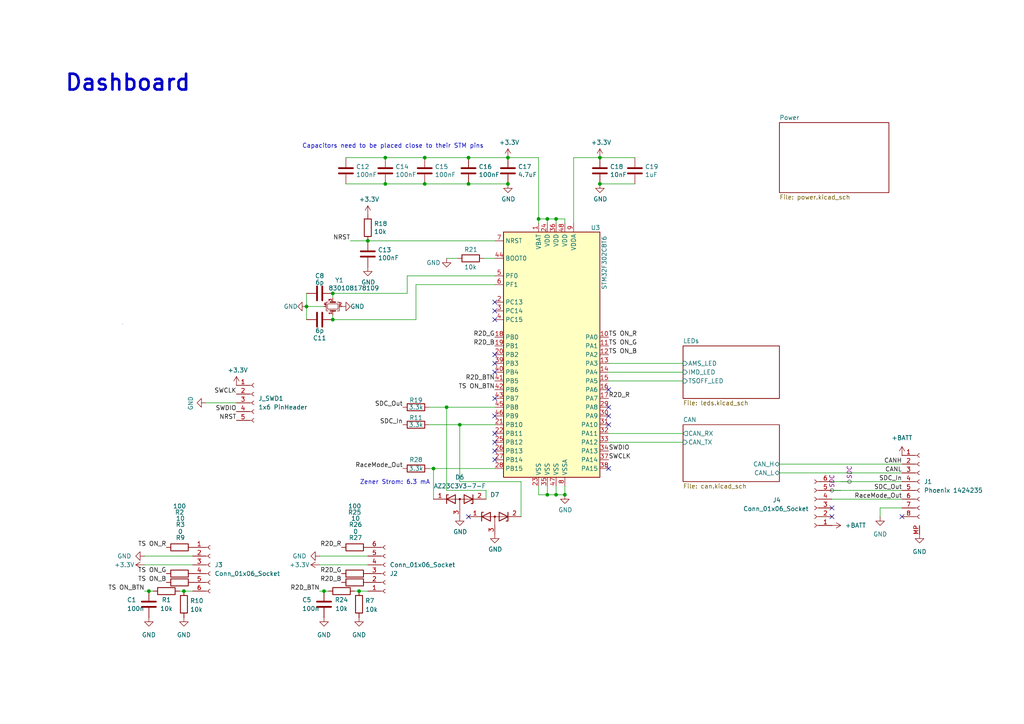
<source format=kicad_sch>
(kicad_sch (version 20231120) (generator "eeschema") (generator_version "8.0")
  (paper "A4")
  (lib_symbols
    (symbol "Connector:Conn_01x05_Socket" (pin_names (offset 1.016) hide)
      (property "Reference" "J" (at 0 7.62 0))
      (property "Value" "Conn_01x05_Socket" (at 0 -7.62 0))
      (symbol "Conn_01x05_Socket_1_1"
        (arc (start 0 -4.572) (mid -0.5058 -5.08) (end 0 -5.588) (stroke (width 0.1524)))
        (arc (start 0 -2.032) (mid -0.5058 -2.54) (end 0 -3.048) (stroke (width 0.1524)))
        (polyline (pts (xy -1.27 -5.08) (xy -0.508 -5.08)) (stroke (width 0.1524)))
        (polyline (pts (xy -1.27 -2.54) (xy -0.508 -2.54)) (stroke (width 0.1524)))
        (polyline (pts (xy -1.27 0) (xy -0.508 0)) (stroke (width 0.1524)))
        (polyline (pts (xy -1.27 2.54) (xy -0.508 2.54)) (stroke (width 0.1524)))
        (polyline (pts (xy -1.27 5.08) (xy -0.508 5.08)) (stroke (width 0.1524)))
        (arc (start 0 0.508) (mid -0.5058 0) (end 0 -0.508) (stroke (width 0.1524)))
        (arc (start 0 3.048) (mid -0.5058 2.54) (end 0 2.032) (stroke (width 0.1524)))
        (arc (start 0 5.588) (mid -0.5058 5.08) (end 0 4.572) (stroke (width 0.1524)))
        (pin passive line (at -5.08 5.08 0) (length 3.81) (name "Pin_1") (number "1"))
        (pin passive line (at -5.08 2.54 0) (length 3.81) (name "Pin_2") (number "2"))
        (pin passive line (at -5.08 0 0) (length 3.81) (name "Pin_3") (number "3"))
        (pin passive line (at -5.08 -2.54 0) (length 3.81) (name "Pin_4") (number "4"))
        (pin passive line (at -5.08 -5.08 0) (length 3.81) (name "Pin_5") (number "5"))
      )
    )
    (symbol "Connector:Conn_01x06_Socket" (pin_names (offset 1.016) hide)
      (property "Reference" "J" (at 0 7.62 0))
      (property "Value" "Conn_01x06_Socket" (at 0 -10.16 0))
      (symbol "Conn_01x06_Socket_1_1"
        (arc (start 0 -7.112) (mid -0.5058 -7.62) (end 0 -8.128) (stroke (width 0.1524)))
        (arc (start 0 -4.572) (mid -0.5058 -5.08) (end 0 -5.588) (stroke (width 0.1524)))
        (arc (start 0 -2.032) (mid -0.5058 -2.54) (end 0 -3.048) (stroke (width 0.1524)))
        (polyline (pts (xy -1.27 -7.62) (xy -0.508 -7.62)) (stroke (width 0.1524)))
        (polyline (pts (xy -1.27 -5.08) (xy -0.508 -5.08)) (stroke (width 0.1524)))
        (polyline (pts (xy -1.27 -2.54) (xy -0.508 -2.54)) (stroke (width 0.1524)))
        (polyline (pts (xy -1.27 0) (xy -0.508 0)) (stroke (width 0.1524)))
        (polyline (pts (xy -1.27 2.54) (xy -0.508 2.54)) (stroke (width 0.1524)))
        (polyline (pts (xy -1.27 5.08) (xy -0.508 5.08)) (stroke (width 0.1524)))
        (arc (start 0 0.508) (mid -0.5058 0) (end 0 -0.508) (stroke (width 0.1524)))
        (arc (start 0 3.048) (mid -0.5058 2.54) (end 0 2.032) (stroke (width 0.1524)))
        (arc (start 0 5.588) (mid -0.5058 5.08) (end 0 4.572) (stroke (width 0.1524)))
        (pin passive line (at -5.08 5.08 0) (length 3.81) (name "Pin_1") (number "1"))
        (pin passive line (at -5.08 2.54 0) (length 3.81) (name "Pin_2") (number "2"))
        (pin passive line (at -5.08 0 0) (length 3.81) (name "Pin_3") (number "3"))
        (pin passive line (at -5.08 -2.54 0) (length 3.81) (name "Pin_4") (number "4"))
        (pin passive line (at -5.08 -5.08 0) (length 3.81) (name "Pin_5") (number "5"))
        (pin passive line (at -5.08 -7.62 0) (length 3.81) (name "Pin_6") (number "6"))
      )
    )
    (symbol "Connector:Conn_01x08_Socket" (pin_names (offset 1.016) hide)
      (property "Reference" "J1" (at 1.27 0.0001 0))
      (property "Value" "Phoenix 1424235" (at 1.27 -2.5399 0))
      (symbol "Conn_01x08_Socket_1_1"
        (arc (start 0 -9.652) (mid -0.5058 -10.16) (end 0 -10.668) (stroke (width 0.1524)))
        (arc (start 0 -7.112) (mid -0.5058 -7.62) (end 0 -8.128) (stroke (width 0.1524)))
        (arc (start 0 -4.572) (mid -0.5058 -5.08) (end 0 -5.588) (stroke (width 0.1524)))
        (arc (start 0 -2.032) (mid -0.5058 -2.54) (end 0 -3.048) (stroke (width 0.1524)))
        (polyline (pts (xy -1.27 -10.16) (xy -0.508 -10.16)) (stroke (width 0.1524)))
        (polyline (pts (xy -1.27 -7.62) (xy -0.508 -7.62)) (stroke (width 0.1524)))
        (polyline (pts (xy -1.27 -5.08) (xy -0.508 -5.08)) (stroke (width 0.1524)))
        (polyline (pts (xy -1.27 -2.54) (xy -0.508 -2.54)) (stroke (width 0.1524)))
        (polyline (pts (xy -1.27 0) (xy -0.508 0)) (stroke (width 0.1524)))
        (polyline (pts (xy -1.27 2.54) (xy -0.508 2.54)) (stroke (width 0.1524)))
        (polyline (pts (xy -1.27 5.08) (xy -0.508 5.08)) (stroke (width 0.1524)))
        (polyline (pts (xy -1.27 7.62) (xy -0.508 7.62)) (stroke (width 0.1524)))
        (arc (start 0 0.508) (mid -0.5058 0) (end 0 -0.508) (stroke (width 0.1524)))
        (arc (start 0 3.048) (mid -0.5058 2.54) (end 0 2.032) (stroke (width 0.1524)))
        (arc (start 0 5.588) (mid -0.5058 5.08) (end 0 4.572) (stroke (width 0.1524)))
        (arc (start 0 8.128) (mid -0.5058 7.62) (end 0 7.112) (stroke (width 0.1524)))
        (pin passive line (at -5.08 7.62 0) (length 3.81) (name "Pin_1") (number "1"))
        (pin passive line (at -5.08 5.08 0) (length 3.81) (name "Pin_2") (number "2"))
        (pin passive line (at -5.08 2.54 0) (length 3.81) (name "Pin_3") (number "3"))
        (pin passive line (at -5.08 0 0) (length 3.81) (name "Pin_4") (number "4"))
        (pin passive line (at -5.08 -2.54 0) (length 3.81) (name "Pin_5") (number "5"))
        (pin passive line (at -5.08 -5.08 0) (length 3.81) (name "Pin_6") (number "6"))
        (pin passive line (at -5.08 -7.62 0) (length 3.81) (name "Pin_7") (number "7"))
        (pin passive line (at -5.08 -10.16 0) (length 3.81) (name "Pin_8") (number "8"))
        (pin passive line (at 0 -15.24 90) (length 2.54) (name "") (number "MP"))
      )
    )
    (symbol "Device:C" (pin_numbers hide) (pin_names (offset 0.254))
      (property "Reference" "C" (at 0.635 2.54 0))
      (property "Value" "C" (at 0.635 -2.54 0))
      (symbol "C_0_1"
        (polyline (pts (xy -2.032 -0.762) (xy 2.032 -0.762)) (stroke (width 0.508)))
        (polyline (pts (xy -2.032 0.762) (xy 2.032 0.762)) (stroke (width 0.508)))
      )
      (symbol "C_1_1"
        (pin passive line (at 0 3.81 270) (length 2.794) (name "~") (number "1"))
        (pin passive line (at 0 -3.81 90) (length 2.794) (name "~") (number "2"))
      )
    )
    (symbol "Device:Crystal_GND24_Small" (pin_names (offset 1.016) hide)
      (property "Reference" "Y" (at 1.27 4.445 0))
      (property "Value" "Crystal_GND24_Small" (at 1.27 2.54 0))
      (symbol "Crystal_GND24_Small_0_1"
        (rectangle (start -0.762 -1.524) (end 0.762 1.524))
        (polyline (pts (xy -1.27 -0.762) (xy -1.27 0.762)) (stroke (width 0.381)))
        (polyline (pts (xy 1.27 -0.762) (xy 1.27 0.762)) (stroke (width 0.381)))
        (polyline (pts (xy -1.27 -1.27) (xy -1.27 -1.905) (xy 1.27 -1.905) (xy 1.27 -1.27)))
        (polyline (pts (xy -1.27 1.27) (xy -1.27 1.905) (xy 1.27 1.905) (xy 1.27 1.27)))
      )
      (symbol "Crystal_GND24_Small_1_1"
        (pin passive line (at -2.54 0 0) (length 1.27) (name "1") (number "1"))
        (pin passive line (at 0 -2.54 90) (length 0.635) (name "2") (number "2"))
        (pin passive line (at 2.54 0 180) (length 1.27) (name "3") (number "3"))
        (pin passive line (at 0 2.54 270) (length 0.635) (name "4") (number "4"))
      )
    )
    (symbol "Device:D_Zener_Dual_CommonAnode_KKA" (pin_names (offset 0.762) hide)
      (property "Reference" "D" (at 1.27 -2.54 0))
      (property "Value" "D_Zener_Dual_CommonAnode_KKA" (at 0 2.54 0))
      (symbol "D_Zener_Dual_CommonAnode_KKA_0_1"
        (polyline (pts (xy -3.556 0) (xy 3.81 0)))
        (polyline (pts (xy 0 0) (xy 0 -2.54)))
        (polyline (pts (xy -3.81 -1.27) (xy -3.81 1.27) (xy -3.302 1.27)) (stroke (width 0.254)))
        (polyline (pts (xy 3.302 -1.27) (xy 3.81 -1.27) (xy 3.81 1.27)) (stroke (width 0.254)))
        (polyline (pts (xy -1.27 -1.27) (xy -3.81 0) (xy -1.27 1.27) (xy -1.27 -1.27) (xy -1.27 -1.27) (xy -1.27 -1.27)) (stroke (width 0.254)))
        (polyline (pts (xy 1.27 1.27) (xy 3.81 0) (xy 1.27 -1.27) (xy 1.27 1.27) (xy 1.27 1.27) (xy 1.27 1.27)) (stroke (width 0.254)))
        (circle (center 0 0) (radius 0.254) (fill (type outline)))
        (pin passive line (at -7.62 0 0) (length 3.81) (name "K") (number "1"))
        (pin passive line (at 7.62 0 180) (length 3.81) (name "K") (number "2"))
        (pin passive line (at 0 -5.08 90) (length 2.54) (name "A") (number "3"))
      )
    )
    (symbol "Device:R" (pin_numbers hide) (pin_names (offset 0))
      (property "Reference" "R" (at 2.032 0 90))
      (property "Value" "R" (at 0 0 90))
      (symbol "R_0_1"
        (rectangle (start -1.016 -2.54) (end 1.016 2.54) (stroke (width 0.254)))
      )
      (symbol "R_1_1"
        (pin passive line (at 0 3.81 270) (length 1.27) (name "~") (number "1"))
        (pin passive line (at 0 -3.81 90) (length 1.27) (name "~") (number "2"))
      )
    )
    (symbol "MCU_ST_STM32F3:STM32F302C8Tx"
      (property "Reference" "U" (at -15.24 36.83 0))
      (property "Value" "STM32F302C8Tx" (at 7.62 36.83 0))
      (symbol "STM32F302C8Tx_0_1"
        (rectangle (start -15.24 -35.56) (end 12.7 35.56) (stroke (width 0.254)) (fill (type background)))
      )
      (symbol "STM32F302C8Tx_1_1"
        (pin power_in line (at -5.08 38.1 270) (length 2.54) (name "VBAT") (number "1"))
        (pin bidirectional line (at 15.24 5.08 180) (length 2.54) (name "PA0") (number "10"))
        (pin bidirectional line (at 15.24 2.54 180) (length 2.54) (name "PA1") (number "11"))
        (pin bidirectional line (at 15.24 0 180) (length 2.54) (name "PA2") (number "12"))
        (pin bidirectional line (at 15.24 -2.54 180) (length 2.54) (name "PA3") (number "13"))
        (pin bidirectional line (at 15.24 -5.08 180) (length 2.54) (name "PA4") (number "14"))
        (pin bidirectional line (at 15.24 -7.62 180) (length 2.54) (name "PA5") (number "15"))
        (pin bidirectional line (at 15.24 -10.16 180) (length 2.54) (name "PA6") (number "16"))
        (pin bidirectional line (at 15.24 -12.7 180) (length 2.54) (name "PA7") (number "17"))
        (pin bidirectional line (at -17.78 5.08 0) (length 2.54) (name "PB0") (number "18"))
        (pin bidirectional line (at -17.78 2.54 0) (length 2.54) (name "PB1") (number "19"))
        (pin bidirectional line (at -17.78 15.24 0) (length 2.54) (name "PC13") (number "2"))
        (pin bidirectional line (at -17.78 0 0) (length 2.54) (name "PB2") (number "20"))
        (pin bidirectional line (at -17.78 -20.32 0) (length 2.54) (name "PB10") (number "21"))
        (pin bidirectional line (at -17.78 -22.86 0) (length 2.54) (name "PB11") (number "22"))
        (pin power_in line (at -5.08 -38.1 90) (length 2.54) (name "VSS") (number "23"))
        (pin power_in line (at -2.54 38.1 270) (length 2.54) (name "VDD") (number "24"))
        (pin bidirectional line (at -17.78 -25.4 0) (length 2.54) (name "PB12") (number "25"))
        (pin bidirectional line (at -17.78 -27.94 0) (length 2.54) (name "PB13") (number "26"))
        (pin bidirectional line (at -17.78 -30.48 0) (length 2.54) (name "PB14") (number "27"))
        (pin bidirectional line (at -17.78 -33.02 0) (length 2.54) (name "PB15") (number "28"))
        (pin bidirectional line (at 15.24 -15.24 180) (length 2.54) (name "PA8") (number "29"))
        (pin bidirectional line (at -17.78 12.7 0) (length 2.54) (name "PC14") (number "3"))
        (pin bidirectional line (at 15.24 -17.78 180) (length 2.54) (name "PA9") (number "30"))
        (pin bidirectional line (at 15.24 -20.32 180) (length 2.54) (name "PA10") (number "31"))
        (pin bidirectional line (at 15.24 -22.86 180) (length 2.54) (name "PA11") (number "32"))
        (pin bidirectional line (at 15.24 -25.4 180) (length 2.54) (name "PA12") (number "33"))
        (pin bidirectional line (at 15.24 -27.94 180) (length 2.54) (name "PA13") (number "34"))
        (pin power_in line (at -2.54 -38.1 90) (length 2.54) (name "VSS") (number "35"))
        (pin power_in line (at 0 38.1 270) (length 2.54) (name "VDD") (number "36"))
        (pin bidirectional line (at 15.24 -30.48 180) (length 2.54) (name "PA14") (number "37"))
        (pin bidirectional line (at 15.24 -33.02 180) (length 2.54) (name "PA15") (number "38"))
        (pin bidirectional line (at -17.78 -2.54 0) (length 2.54) (name "PB3") (number "39"))
        (pin bidirectional line (at -17.78 10.16 0) (length 2.54) (name "PC15") (number "4"))
        (pin bidirectional line (at -17.78 -5.08 0) (length 2.54) (name "PB4") (number "40"))
        (pin bidirectional line (at -17.78 -7.62 0) (length 2.54) (name "PB5") (number "41"))
        (pin bidirectional line (at -17.78 -10.16 0) (length 2.54) (name "PB6") (number "42"))
        (pin bidirectional line (at -17.78 -12.7 0) (length 2.54) (name "PB7") (number "43"))
        (pin input line (at -17.78 27.94 0) (length 2.54) (name "BOOT0") (number "44"))
        (pin bidirectional line (at -17.78 -15.24 0) (length 2.54) (name "PB8") (number "45"))
        (pin bidirectional line (at -17.78 -17.78 0) (length 2.54) (name "PB9") (number "46"))
        (pin power_in line (at 0 -38.1 90) (length 2.54) (name "VSS") (number "47"))
        (pin power_in line (at 2.54 38.1 270) (length 2.54) (name "VDD") (number "48"))
        (pin input line (at -17.78 22.86 0) (length 2.54) (name "PF0") (number "5"))
        (pin input line (at -17.78 20.32 0) (length 2.54) (name "PF1") (number "6"))
        (pin input line (at -17.78 33.02 0) (length 2.54) (name "NRST") (number "7"))
        (pin power_in line (at 2.54 -38.1 90) (length 2.54) (name "VSSA") (number "8"))
        (pin power_in line (at 5.08 38.1 270) (length 2.54) (name "VDDA") (number "9"))
      )
    )
    (symbol "power:+3.3V" (power) (pin_names (offset 0))
      (property "Value" "+3.3V" (at 0 3.556 0))
      (symbol "+3.3V_0_1"
        (polyline (pts (xy -0.762 1.27) (xy 0 2.54)))
        (polyline (pts (xy 0 0) (xy 0 2.54)))
        (polyline (pts (xy 0 2.54) (xy 0.762 1.27)))
      )
      (symbol "+3.3V_1_1"
        (pin power_in line (at 0 0 90) (length 0) hide (name "+3.3V") (number "1"))
      )
    )
    (symbol "power:+BATT" (power) (pin_numbers hide) (pin_names (offset 0) hide)
      (property "Value" "+BATT" (at 0 3.556 0))
      (symbol "+BATT_0_1"
        (polyline (pts (xy -0.762 1.27) (xy 0 2.54)))
        (polyline (pts (xy 0 0) (xy 0 2.54)))
        (polyline (pts (xy 0 2.54) (xy 0.762 1.27)))
      )
      (symbol "+BATT_1_1"
        (pin power_in line (at 0 0 90) (length 0) (name "~") (number "1"))
      )
    )
    (symbol "power:GND" (power) (pin_numbers hide) (pin_names (offset 0) hide)
      (property "Value" "GND" (at 0 -3.81 0))
      (symbol "GND_0_1"
        (polyline (pts (xy 0 0) (xy 0 -1.27) (xy 1.27 -1.27) (xy 0 -2.54) (xy -1.27 -1.27) (xy 0 -1.27)))
      )
      (symbol "GND_1_1"
        (pin power_in line (at 0 0 270) (length 0) (name "~") (number "1"))
      )
    )
  )
  (junction (at 135.89 53.34))
  (junction (at 123.19 45.72))
  (junction (at 111.76 45.72))
  (junction (at 147.32 53.34))
  (junction (at 125.73 135.89))
  (junction (at 135.89 45.72))
  (junction (at 111.76 53.34))
  (junction (at 88.9 88.9))
  (junction (at 96.52 85.09))
  (junction (at 96.52 92.71))
  (junction (at 104.14 171.45))
  (junction (at 161.29 63.5))
  (junction (at 106.68 69.85))
  (junction (at 93.98 171.45))
  (junction (at 43.18 171.45))
  (junction (at 161.29 143.51))
  (junction (at 147.32 45.72))
  (junction (at 156.21 63.5))
  (junction (at 173.99 45.72))
  (junction (at 158.75 63.5))
  (junction (at 129.54 118.11))
  (junction (at 158.75 143.51))
  (junction (at 173.99 53.34))
  (junction (at 133.35 123.19))
  (junction (at 53.34 171.45))
  (junction (at 123.19 53.34))
  (junction (at 163.83 143.51))
  (no_connect (at 135.89 149.86))
  (no_connect (at 176.53 120.65))
  (no_connect (at 143.51 87.63))
  (no_connect (at 176.53 123.19))
  (no_connect (at 176.53 135.89))
  (no_connect (at 241.3 149.86))
  (no_connect (at 261.62 149.86))
  (no_connect (at 143.51 115.57))
  (no_connect (at 241.3 147.32))
  (no_connect (at 143.51 130.81))
  (no_connect (at 176.53 113.03))
  (no_connect (at 143.51 133.35))
  (no_connect (at 143.51 105.41))
  (no_connect (at 176.53 118.11))
  (no_connect (at 143.51 125.73))
  (no_connect (at 143.51 92.71))
  (no_connect (at 143.51 120.65))
  (no_connect (at 143.51 102.87))
  (no_connect (at 143.51 128.27))
  (no_connect (at 143.51 90.17))
  (no_connect (at 143.51 107.95))
  (wire (pts (xy 43.18 171.45) (xy 41.91 171.45)))
  (wire (pts (xy 123.19 45.72) (xy 135.89 45.72)))
  (wire (pts (xy 161.29 63.5) (xy 158.75 63.5)))
  (wire (pts (xy 88.9 85.09) (xy 88.9 88.9)))
  (wire (pts (xy 156.21 63.5) (xy 156.21 64.77)))
  (wire (pts (xy 120.65 82.55) (xy 120.65 92.71)))
  (wire (pts (xy 158.75 63.5) (xy 156.21 63.5)))
  (wire (pts (xy 93.98 171.45) (xy 92.71 171.45)))
  (wire (pts (xy 41.91 163.83) (xy 55.88 163.83)))
  (wire (pts (xy 96.52 91.44) (xy 96.52 92.71)))
  (wire (pts (xy 135.89 45.72) (xy 147.32 45.72)))
  (wire (pts (xy 129.54 142.24) (xy 140.97 142.24)))
  (wire (pts (xy 96.52 85.09) (xy 118.11 85.09)))
  (wire (pts (xy 163.83 64.77) (xy 163.83 63.5)))
  (wire (pts (xy 100.33 53.34) (xy 111.76 53.34)))
  (wire (pts (xy 156.21 45.72) (xy 156.21 63.5)))
  (wire (pts (xy 125.73 135.89) (xy 143.51 135.89)))
  (wire (pts (xy 173.99 45.72) (xy 184.15 45.72)))
  (wire (pts (xy 161.29 64.77) (xy 161.29 63.5)))
  (wire (pts (xy 163.83 143.51) (xy 161.29 143.51)))
  (wire (pts (xy 92.71 163.83) (xy 106.68 163.83)))
  (wire (pts (xy 118.11 80.01) (xy 143.51 80.01)))
  (wire (pts (xy 88.9 88.9) (xy 88.9 92.71)))
  (wire (pts (xy 255.27 147.32) (xy 255.27 149.86)))
  (wire (pts (xy 124.46 118.11) (xy 129.54 118.11)))
  (wire (pts (xy 173.99 53.34) (xy 184.15 53.34)))
  (wire (pts (xy 129.54 118.11) (xy 129.54 142.24)))
  (wire (pts (xy 226.06 134.62) (xy 261.62 134.62)))
  (wire (pts (xy 111.76 45.72) (xy 123.19 45.72)))
  (wire (pts (xy 96.52 86.36) (xy 96.52 85.09)))
  (wire (pts (xy 140.97 142.24) (xy 140.97 144.78)))
  (wire (pts (xy 123.19 53.34) (xy 135.89 53.34)))
  (wire (pts (xy 163.83 63.5) (xy 161.29 63.5)))
  (wire (pts (xy 118.11 85.09) (xy 118.11 80.01)))
  (wire (pts (xy 140.335 74.93) (xy 143.51 74.93)))
  (wire (pts (xy 147.32 45.72) (xy 156.21 45.72)))
  (wire (pts (xy 158.75 140.97) (xy 158.75 143.51)))
  (wire (pts (xy 59.69 116.84) (xy 68.58 116.84)))
  (wire (pts (xy 88.9 88.9) (xy 93.98 88.9)))
  (wire (pts (xy 161.29 140.97) (xy 161.29 143.51)))
  (wire (pts (xy 226.06 137.16) (xy 261.62 137.16)))
  (wire (pts (xy 158.75 63.5) (xy 158.75 64.77)))
  (wire (pts (xy 241.3 144.78) (xy 261.62 144.78)))
  (wire (pts (xy 111.76 45.72) (xy 100.33 45.72)))
  (wire (pts (xy 92.71 161.29) (xy 106.68 161.29)))
  (wire (pts (xy 104.14 171.45) (xy 106.68 171.45)))
  (wire (pts (xy 41.91 161.29) (xy 55.88 161.29)))
  (wire (pts (xy 166.37 45.72) (xy 173.99 45.72)))
  (wire (pts (xy 133.35 123.19) (xy 124.46 123.19)))
  (wire (pts (xy 156.21 140.97) (xy 156.21 143.51)))
  (wire (pts (xy 176.53 128.27) (xy 198.12 128.27)))
  (wire (pts (xy 120.65 82.55) (xy 143.51 82.55)))
  (wire (pts (xy 151.13 149.86) (xy 151.13 139.7)))
  (wire (pts (xy 176.53 125.73) (xy 198.12 125.73)))
  (wire (pts (xy 156.21 143.51) (xy 158.75 143.51)))
  (wire (pts (xy 166.37 45.72) (xy 166.37 64.77)))
  (wire (pts (xy 176.53 105.41) (xy 198.12 105.41)))
  (wire (pts (xy 96.52 92.71) (xy 120.65 92.71)))
  (wire (pts (xy 111.76 53.34) (xy 123.19 53.34)))
  (wire (pts (xy 132.715 74.93) (xy 129.54 74.93)))
  (wire (pts (xy 53.34 171.45) (xy 55.88 171.45)))
  (wire (pts (xy 125.73 144.78) (xy 125.73 135.89)))
  (wire (pts (xy 241.3 142.24) (xy 261.62 142.24)))
  (wire (pts (xy 95.25 171.45) (xy 93.98 171.45)))
  (wire (pts (xy 143.51 118.11) (xy 129.54 118.11)))
  (wire (pts (xy 143.51 123.19) (xy 133.35 123.19)))
  (wire (pts (xy 151.13 139.7) (xy 133.35 139.7)))
  (wire (pts (xy 102.87 171.45) (xy 104.14 171.45)))
  (wire (pts (xy 106.68 69.85) (xy 143.51 69.85)))
  (wire (pts (xy 161.29 143.51) (xy 158.75 143.51)))
  (wire (pts (xy 163.83 140.97) (xy 163.83 143.51)))
  (wire (pts (xy 101.6 69.85) (xy 106.68 69.85)))
  (wire (pts (xy 261.62 147.32) (xy 255.27 147.32)))
  (wire (pts (xy 241.3 139.7) (xy 261.62 139.7)))
  (wire (pts (xy 44.45 171.45) (xy 43.18 171.45)))
  (wire (pts (xy 133.35 123.19) (xy 133.35 139.7)))
  (wire (pts (xy 52.07 171.45) (xy 53.34 171.45)))
  (wire (pts (xy 125.73 135.89) (xy 124.46 135.89)))
  (wire (pts (xy 135.89 53.34) (xy 147.32 53.34)))
  (wire (pts (xy 176.53 110.49) (xy 198.12 110.49)))
  (wire (pts (xy 176.53 107.95) (xy 198.12 107.95)))
  (rectangle (start 35.56 93.98) (end 35.56 93.98))
  (text "Dashboard" (at 37.084 24.13 0) (effects (font (size 4.572 4.572) (thickness 0.762) (bold yes))))
  (text "Capacitors need to be placed close to their STM pins" (at 87.63 43.18 0) (effects (font (size 1.27 1.27)) (justify left bottom)))
  (text "Zener Strom: 6.3 mA" (at 114.554 139.954 0) (effects (font (size 1.27 1.27))))
  (label "TS ON_BTN" (at 41.91 171.45 180))
  (label "TS ON_BTN" (at 143.51 113.03 180))
  (label "TS ON_B" (at 48.26 168.91 180))
  (label "R2D_G" (at 99.06 166.37 180))
  (label "SDC_Out" (at 116.84 118.11 180))
  (label "SDC_In" (at 261.62 139.7 180))
  (label "R2D_G" (at 143.51 97.79 180))
  (label "R2D_BTN" (at 143.51 110.49 180))
  (label "R2D_R" (at 99.06 158.75 180))
  (label "NRST" (at 68.58 121.92 180))
  (label "SWDIO" (at 176.53 130.81 0))
  (label "R2D_BTN" (at 92.71 171.45 180))
  (label "NRST" (at 101.6 69.85 180))
  (label "SWDIO" (at 68.58 119.38 180))
  (label "R2D_B" (at 99.06 168.91 180))
  (label "TS ON_G" (at 48.26 166.37 180))
  (label "CANH" (at 261.62 134.62 180))
  (label "RaceMode_Out" (at 261.62 144.78 180))
  (label "CANL" (at 261.62 137.16 180))
  (label "RaceMode_Out" (at 116.84 135.89 180))
  (label "SDC_Out" (at 261.62 142.24 180))
  (label "SWCLK" (at 68.58 114.3 180))
  (label "TS ON_R" (at 176.53 97.79 0))
  (label "SWCLK" (at 176.53 133.35 0))
  (label "SDC_In" (at 116.84 123.19 180))
  (label "TS ON_B" (at 176.53 102.87 0))
  (label "TS ON_R" (at 48.26 158.75 180))
  (label "R2D_R" (at 176.53 115.57 0))
  (label "R2D_B" (at 143.51 100.33 180))
  (label "TS ON_G" (at 176.53 100.33 0))
  (netclass_flag "" (length 2.54) (shape round) (at 243.84 139.7 270) (property "Netclass" "SDC" (at 246.38 139.0015 90) (effects (font (italic yes)) (justify left))))
  (netclass_flag "" (length 2.54) (shape round) (at 243.84 142.24 90) (property "Netclass" "SDC" (at 241.3 141.5415 90) (effects (font (italic yes)) (justify left))))
  (symbol (lib_id "Connector:Conn_01x06_Socket") (at 236.22 147.32 180) (unit 1)
    (property "Reference" "J4" (at 225.298 145.034 0))
    (property "Value" "Conn_01x06_Socket" (at 225.044 147.574 0))
    (property "Footprint" "Dashboard:JST_GH_THT_1x06-1MP_P1.25mm_Vertical" (effects (hide yes)))
    (property "Description" "Generic connector, single row, 01x06, script generated" (effects (hide yes)))
  )
  (symbol (lib_id "power:+3.3V") (at 92.71 163.83 90) (unit 1)
    (property "Reference" "#PWR051" (effects (hide yes)))
    (property "Value" "+3.3V" (at 86.868 163.83 90))
  )
  (symbol (lib_id "power:GND") (at 129.54 74.93 0) (unit 1)
    (property "Reference" "#PWR035" (effects (hide yes)))
    (property "Value" "GND" (at 125.73 76.2 0))
  )
  (symbol (lib_id "Device:R") (at 104.14 175.26 0) (unit 1)
    (property "Reference" "R7" (at 105.918 174.244 0) (effects (justify left)))
    (property "Value" "10k" (at 105.918 176.784 0) (effects (justify left)))
    (property "Footprint" "Resistor_SMD:R_0603_1608Metric_Pad0.98x0.95mm_HandSolder" (effects (hide yes)))
    (property "Description" "Resistor" (effects (hide yes)))
  )
  (symbol (lib_id "Connector:Conn_01x06_Socket") (at 111.76 166.37 0) (mirror x) (unit 1)
    (property "Reference" "J2" (at 113.03 166.3701 0) (effects (justify left)))
    (property "Value" "Conn_01x06_Socket" (at 113.03 163.8301 0) (effects (justify left)))
    (property "Footprint" "Dashboard:JST_GH_THT_1x06-1MP_P1.25mm_Vertical" (effects (hide yes)))
    (property "Description" "Generic connector, single row, 01x06, script generated" (effects (hide yes)))
  )
  (symbol (lib_id "Device:C") (at 135.89 49.53 0) (unit 1)
    (property "Reference" "C16" (at 138.811 48.3616 0) (effects (justify left)))
    (property "Value" "100nF" (at 138.811 50.673 0) (effects (justify left)))
    (property "Footprint" "Capacitor_SMD:C_0603_1608Metric_Pad1.08x0.95mm_HandSolder" (effects (hide yes)))
  )
  (symbol (lib_id "Connector:Conn_01x08_Socket") (at 266.7 139.7 0) (unit 1)
    (property "Reference" "J1" (at 267.97 139.6999 0) (effects (justify left)))
    (property "Value" "Phoenix 1424235" (at 267.97 142.2399 0) (effects (justify left)))
    (property "Footprint" "Dashboard:Phoenix_SACC-DSI-M8FS-8CON-M10" (effects (hide yes)))
    (property "Description" "Generic connector, single row, 01x08, script generated" (effects (hide yes)))
  )
  (symbol (lib_id "Device:R") (at 99.06 171.45 270) (unit 1)
    (property "Reference" "R24" (at 99.06 173.99 90))
    (property "Value" "10k" (at 99.06 176.53 90))
    (property "Footprint" "Resistor_SMD:R_0603_1608Metric_Pad0.98x0.95mm_HandSolder" (effects (hide yes)))
    (property "Description" "Resistor" (effects (hide yes)))
  )
  (symbol (lib_id "Device:C") (at 147.32 49.53 0) (unit 1)
    (property "Reference" "C17" (at 150.241 48.3616 0) (effects (justify left)))
    (property "Value" "4.7uF" (at 150.241 50.673 0) (effects (justify left)))
    (property "Footprint" "Capacitor_SMD:C_0603_1608Metric_Pad1.08x0.95mm_HandSolder" (effects (hide yes)))
  )
  (symbol (lib_id "Device:C") (at 93.98 175.26 0) (unit 1)
    (property "Reference" "C5" (at 87.63 173.99 0) (effects (justify left)))
    (property "Value" "100n" (at 87.63 176.53 0) (effects (justify left)))
    (property "Footprint" "Capacitor_SMD:C_0603_1608Metric_Pad1.08x0.95mm_HandSolder" (effects (hide yes)))
    (property "Description" "Unpolarized capacitor" (effects (hide yes)))
  )
  (symbol (lib_id "power:GND") (at 92.71 161.29 270) (unit 1)
    (property "Reference" "#PWR01" (effects (hide yes)))
    (property "Value" "GND" (at 88.9 161.2899 90) (effects (justify right)))
    (property "Description" "Power symbol creates a global label with name \"GND\" , ground" (effects (hide yes)))
  )
  (symbol (lib_id "Device:D_Zener_Dual_CommonAnode_KKA") (at 133.35 144.78 0) (unit 1)
    (property "Reference" "D6" (at 133.35 138.43 0))
    (property "Value" "AZ23C3V3-7-F" (at 133.35 140.97 0))
    (property "Footprint" "Package_TO_SOT_SMD:SOT-23" (effects (hide yes)))
    (property "Description" "Dual Zener diode, common anode on pin 3" (effects (hide yes)))
  )
  (symbol (lib_id "power:GND") (at 266.7 154.94 0) (unit 1)
    (property "Reference" "#PWR052" (effects (hide yes)))
    (property "Value" "GND" (at 266.7 160.02 0))
    (property "Description" "Power symbol creates a global label with name \"GND\" , ground" (effects (hide yes)))
  )
  (symbol (lib_id "Device:R") (at 102.87 168.91 90) (unit 1)
    (property "Reference" "R27" (at 103.124 155.956 90))
    (property "Value" "0" (at 103.124 154.178 90))
    (property "Footprint" "Resistor_SMD:R_0603_1608Metric_Pad0.98x0.95mm_HandSolder" (effects (hide yes)))
    (property "Description" "Resistor" (effects (hide yes)))
  )
  (symbol (lib_id "Device:R") (at 48.26 171.45 270) (unit 1)
    (property "Reference" "R1" (at 48.26 173.99 90))
    (property "Value" "10k" (at 48.26 176.53 90))
    (property "Footprint" "Resistor_SMD:R_0603_1608Metric_Pad0.98x0.95mm_HandSolder" (effects (hide yes)))
    (property "Description" "Resistor" (effects (hide yes)))
  )
  (symbol (lib_id "Device:C") (at 100.33 49.53 0) (unit 1)
    (property "Reference" "C12" (at 103.251 48.3616 0) (effects (justify left)))
    (property "Value" "100nF" (at 103.251 50.673 0) (effects (justify left)))
    (property "Footprint" "Capacitor_SMD:C_0603_1608Metric_Pad1.08x0.95mm_HandSolder" (effects (hide yes)))
  )
  (symbol (lib_id "power:GND") (at 147.32 53.34 0) (unit 1)
    (property "Reference" "#PWR037" (effects (hide yes)))
    (property "Value" "GND" (at 147.447 57.7342 0))
  )
  (symbol (lib_id "Device:R") (at 52.07 158.75 90) (unit 1)
    (property "Reference" "R2" (at 52.07 148.59 90))
    (property "Value" "100" (at 52.07 146.812 90))
    (property "Footprint" "Resistor_SMD:R_0603_1608Metric_Pad0.98x0.95mm_HandSolder" (effects (hide yes)))
    (property "Description" "Resistor" (effects (hide yes)))
  )
  (symbol (lib_id "Device:R") (at 120.65 135.89 90) (unit 1)
    (property "Reference" "R28" (at 120.65 133.35 90))
    (property "Value" "3.3k" (at 120.65 135.89 90))
    (property "Footprint" "Resistor_SMD:R_0603_1608Metric_Pad0.98x0.95mm_HandSolder" (effects (hide yes)))
    (property "Description" "Resistor" (effects (hide yes)))
  )
  (symbol (lib_id "Connector:Conn_01x06_Socket") (at 60.96 163.83 0) (unit 1)
    (property "Reference" "J3" (at 62.23 163.8299 0) (effects (justify left)))
    (property "Value" "Conn_01x06_Socket" (at 62.23 166.3699 0) (effects (justify left)))
    (property "Footprint" "Dashboard:JST_GH_THT_1x06-1MP_P1.25mm_Vertical" (effects (hide yes)))
    (property "Description" "Generic connector, single row, 01x06, script generated" (effects (hide yes)))
  )
  (symbol (lib_id "power:+BATT") (at 241.3 152.4 270) (unit 1)
    (property "Reference" "#PWR05" (effects (hide yes)))
    (property "Value" "+BATT" (at 245.11 152.3999 90) (effects (justify left)))
    (property "Description" "Power symbol creates a global label with name \"+BATT\"" (effects (hide yes)))
  )
  (symbol (lib_id "power:GND") (at 133.35 149.86 0) (unit 1)
    (property "Reference" "#PWR026" (effects (hide yes)))
    (property "Value" "GND" (at 133.477 154.2542 0))
  )
  (symbol (lib_id "Device:R") (at 120.65 118.11 90) (unit 1)
    (property "Reference" "R19" (at 120.65 116.078 90))
    (property "Value" "3.3k" (at 120.65 118.11 90))
    (property "Footprint" "Resistor_SMD:R_0603_1608Metric_Pad0.98x0.95mm_HandSolder" (effects (hide yes)))
    (property "Description" "Resistor" (effects (hide yes)))
  )
  (symbol (lib_id "power:GND") (at 104.14 179.07 0) (unit 1)
    (property "Reference" "#PWR050" (effects (hide yes)))
    (property "Value" "GND" (at 104.14 184.15 0))
    (property "Description" "Power symbol creates a global label with name \"GND\" , ground" (effects (hide yes)))
  )
  (symbol (lib_id "MCU_ST_STM32F3:STM32F302C8Tx") (at 161.29 102.87 0) (unit 1)
    (property "Reference" "U3" (at 172.72 66.04 0))
    (property "Value" "STM32F302C8T6" (at 175.26 76.2 90))
    (property "Footprint" "Package_QFP:LQFP-48_7x7mm_P0.5mm" (effects (hide yes)))
    (property "Datasheet" "http://www.st.com/st-web-ui/static/active/en/resource/technical/document/datasheet/DM00093333.pdf" (effects (hide yes)))
  )
  (symbol (lib_id "Device:R") (at 102.87 158.75 90) (unit 1)
    (property "Reference" "R25" (at 102.87 148.59 90))
    (property "Value" "100" (at 102.87 146.812 90))
    (property "Footprint" "Resistor_SMD:R_0603_1608Metric_Pad0.98x0.95mm_HandSolder" (effects (hide yes)))
    (property "Description" "Resistor" (effects (hide yes)))
  )
  (symbol (lib_id "power:GND") (at 88.9 88.9 270) (unit 1)
    (property "Reference" "#PWR030" (effects (hide yes)))
    (property "Value" "GND" (at 86.36 88.9 90) (effects (justify right)))
  )
  (symbol (lib_id "Device:C") (at 43.18 175.26 0) (unit 1)
    (property "Reference" "C1" (at 36.83 173.99 0) (effects (justify left)))
    (property "Value" "100n" (at 36.83 176.53 0) (effects (justify left)))
    (property "Footprint" "Capacitor_SMD:C_0603_1608Metric_Pad1.08x0.95mm_HandSolder" (effects (hide yes)))
    (property "Description" "Unpolarized capacitor" (effects (hide yes)))
  )
  (symbol (lib_id "power:+3.3V") (at 173.99 45.72 0) (unit 1)
    (property "Reference" "#PWR039" (effects (hide yes)))
    (property "Value" "+3.3V" (at 174.371 41.3258 0))
  )
  (symbol (lib_id "Device:C") (at 92.71 92.71 90) (unit 1)
    (property "Reference" "C11" (at 92.71 98.044 90))
    (property "Value" "6p" (at 92.71 95.885 90))
    (property "Footprint" "Capacitor_SMD:C_0603_1608Metric_Pad1.08x0.95mm_HandSolder" (effects (hide yes)))
  )
  (symbol (lib_id "Device:R") (at 102.87 166.37 90) (unit 1)
    (property "Reference" "R26" (at 103.124 152.146 90))
    (property "Value" "10" (at 103.124 150.368 90))
    (property "Footprint" "Resistor_SMD:R_0603_1608Metric_Pad0.98x0.95mm_HandSolder" (effects (hide yes)))
    (property "Description" "Resistor" (effects (hide yes)))
  )
  (symbol (lib_id "Device:Crystal_GND24_Small") (at 96.52 88.9 90) (unit 1)
    (property "Reference" "Y1" (at 98.425 81.28 90))
    (property "Value" "830108178109" (at 102.616 83.566 90))
    (property "Footprint" "Crystal:Crystal_SMD_2016-4Pin_2.0x1.6mm" (effects (hide yes)))
    (property "Datasheet" "https://www.we-online.com/components/products/datasheet/830108178109.pdf" (effects (hide yes)))
  )
  (symbol (lib_id "Connector:Conn_01x05_Socket") (at 73.66 116.84 0) (unit 1)
    (property "Reference" "J_SWD1" (at 74.93 115.5699 0) (effects (justify left)))
    (property "Value" "1x6 PinHeader" (at 74.93 118.1099 0) (effects (justify left)))
    (property "Footprint" "Connector_PinHeader_2.54mm:PinHeader_1x05_P2.54mm_Vertical" (effects (hide yes)))
    (property "Description" "Generic connector, single row, 01x05, script generated" (effects (hide yes)))
  )
  (symbol (lib_id "Device:R") (at 52.07 168.91 90) (unit 1)
    (property "Reference" "R9" (at 52.324 155.956 90))
    (property "Value" "0" (at 52.324 154.178 90))
    (property "Footprint" "Resistor_SMD:R_0603_1608Metric_Pad0.98x0.95mm_HandSolder" (effects (hide yes)))
    (property "Description" "Resistor" (effects (hide yes)))
  )
  (symbol (lib_id "power:GND") (at 53.34 179.07 0) (unit 1)
    (property "Reference" "#PWR09" (effects (hide yes)))
    (property "Value" "GND" (at 53.34 184.15 0))
    (property "Description" "Power symbol creates a global label with name \"GND\" , ground" (effects (hide yes)))
  )
  (symbol (lib_id "Device:R") (at 52.07 166.37 90) (unit 1)
    (property "Reference" "R3" (at 52.324 152.146 90))
    (property "Value" "10" (at 52.324 150.368 90))
    (property "Footprint" "Resistor_SMD:R_0603_1608Metric_Pad0.98x0.95mm_HandSolder" (effects (hide yes)))
    (property "Description" "Resistor" (effects (hide yes)))
  )
  (symbol (lib_id "power:GND") (at 163.83 143.51 0) (unit 1)
    (property "Reference" "#PWR038" (effects (hide yes)))
    (property "Value" "GND" (at 163.957 147.9042 0))
  )
  (symbol (lib_id "power:GND") (at 255.27 149.86 0) (unit 1)
    (property "Reference" "#PWR048" (effects (hide yes)))
    (property "Value" "GND" (at 255.27 154.94 0))
    (property "Description" "Power symbol creates a global label with name \"GND\" , ground" (effects (hide yes)))
  )
  (symbol (lib_id "Device:C") (at 92.71 85.09 90) (unit 1)
    (property "Reference" "C8" (at 92.71 80.01 90))
    (property "Value" "6p" (at 92.71 81.915 90))
    (property "Footprint" "Capacitor_SMD:C_0603_1608Metric_Pad1.08x0.95mm_HandSolder" (effects (hide yes)))
  )
  (symbol (lib_id "Device:R") (at 53.34 175.26 0) (unit 1)
    (property "Reference" "R10" (at 55.118 174.244 0) (effects (justify left)))
    (property "Value" "10k" (at 55.118 176.784 0) (effects (justify left)))
    (property "Footprint" "Resistor_SMD:R_0603_1608Metric_Pad0.98x0.95mm_HandSolder" (effects (hide yes)))
    (property "Description" "Resistor" (effects (hide yes)))
  )
  (symbol (lib_id "power:GND") (at 173.99 53.34 0) (unit 1)
    (property "Reference" "#PWR040" (effects (hide yes)))
    (property "Value" "GND" (at 174.117 57.7342 0))
  )
  (symbol (lib_id "power:+3.3V") (at 68.58 111.76 0) (unit 1)
    (property "Reference" "#PWR02" (effects (hide yes)))
    (property "Value" "+3.3V" (at 68.961 107.3658 0))
  )
  (symbol (lib_id "Device:R") (at 136.525 74.93 270) (unit 1)
    (property "Reference" "R21" (at 134.62 72.39 90) (effects (justify left)))
    (property "Value" "10k" (at 134.62 77.47 90) (effects (justify left)))
    (property "Footprint" "Resistor_SMD:R_0603_1608Metric_Pad0.98x0.95mm_HandSolder" (effects (hide yes)))
  )
  (symbol (lib_id "power:+3.3V") (at 41.91 163.83 90) (unit 1)
    (property "Reference" "#PWR07" (effects (hide yes)))
    (property "Value" "+3.3V" (at 36.068 163.83 90))
  )
  (symbol (lib_id "Device:C") (at 106.68 73.66 0) (unit 1)
    (property "Reference" "C13" (at 109.601 72.4916 0) (effects (justify left)))
    (property "Value" "100nF" (at 109.601 74.803 0) (effects (justify left)))
    (property "Footprint" "Capacitor_SMD:C_0603_1608Metric_Pad1.08x0.95mm_HandSolder" (effects (hide yes)))
  )
  (symbol (lib_id "power:+BATT") (at 261.62 132.08 0) (unit 1)
    (property "Reference" "#PWR047" (effects (hide yes)))
    (property "Value" "+BATT" (at 261.62 127 0))
    (property "Description" "Power symbol creates a global label with name \"+BATT\"" (effects (hide yes)))
  )
  (symbol (lib_id "Device:R") (at 106.68 66.04 0) (unit 1)
    (property "Reference" "R18" (at 108.458 64.8716 0) (effects (justify left)))
    (property "Value" "10k" (at 108.458 67.183 0) (effects (justify left)))
    (property "Footprint" "Resistor_SMD:R_0603_1608Metric_Pad0.98x0.95mm_HandSolder" (effects (hide yes)))
  )
  (symbol (lib_id "power:GND") (at 99.06 88.9 90) (unit 1)
    (property "Reference" "#PWR031" (effects (hide yes)))
    (property "Value" "GND" (at 101.6 88.9 90) (effects (justify right)))
  )
  (symbol (lib_id "Device:D_Zener_Dual_CommonAnode_KKA") (at 143.51 149.86 0) (unit 1)
    (property "Reference" "D7" (at 143.51 143.51 0))
    (property "Value" "AZ23C3V3-7-F" (effects (hide yes)))
    (property "Footprint" "Package_TO_SOT_SMD:TSOT-23" (effects (hide yes)))
    (property "Description" "Dual Zener diode, common anode on pin 3" (effects (hide yes)))
  )
  (symbol (lib_id "Device:C") (at 123.19 49.53 0) (unit 1)
    (property "Reference" "C15" (at 126.111 48.3616 0) (effects (justify left)))
    (property "Value" "100nF" (at 126.111 50.673 0) (effects (justify left)))
    (property "Footprint" "Capacitor_SMD:C_0603_1608Metric_Pad1.08x0.95mm_HandSolder" (effects (hide yes)))
  )
  (symbol (lib_id "power:GND") (at 106.68 77.47 0) (unit 1)
    (property "Reference" "#PWR033" (effects (hide yes)))
    (property "Value" "GND" (at 106.807 81.8642 0))
  )
  (symbol (lib_id "power:GND") (at 143.51 154.94 0) (unit 1)
    (property "Reference" "#PWR023" (effects (hide yes)))
    (property "Value" "GND" (at 143.637 159.3342 0))
  )
  (symbol (lib_id "Device:C") (at 184.15 49.53 0) (unit 1)
    (property "Reference" "C19" (at 187.071 48.3616 0) (effects (justify left)))
    (property "Value" "1uF" (at 187.071 50.673 0) (effects (justify left)))
    (property "Footprint" "Capacitor_SMD:C_0603_1608Metric_Pad1.08x0.95mm_HandSolder" (effects (hide yes)))
  )
  (symbol (lib_id "Device:R") (at 120.65 123.19 90) (unit 1)
    (property "Reference" "R11" (at 120.65 121.158 90))
    (property "Value" "3.3k" (at 120.65 123.19 90))
    (property "Footprint" "Resistor_SMD:R_0603_1608Metric_Pad0.98x0.95mm_HandSolder" (effects (hide yes)))
    (property "Description" "Resistor" (effects (hide yes)))
  )
  (symbol (lib_id "Device:C") (at 173.99 49.53 0) (unit 1)
    (property "Reference" "C18" (at 176.911 48.3616 0) (effects (justify left)))
    (property "Value" "10nF" (at 176.911 50.673 0) (effects (justify left)))
    (property "Footprint" "Capacitor_SMD:C_0603_1608Metric_Pad1.08x0.95mm_HandSolder" (effects (hide yes)))
  )
  (symbol (lib_id "power:+3.3V") (at 147.32 45.72 0) (unit 1)
    (property "Reference" "#PWR036" (effects (hide yes)))
    (property "Value" "+3.3V" (at 147.701 41.3258 0))
  )
  (symbol (lib_id "Device:C") (at 111.76 49.53 0) (unit 1)
    (property "Reference" "C14" (at 114.681 48.3616 0) (effects (justify left)))
    (property "Value" "100nF" (at 114.681 50.673 0) (effects (justify left)))
    (property "Footprint" "Capacitor_SMD:C_0603_1608Metric_Pad1.08x0.95mm_HandSolder" (effects (hide yes)))
  )
  (symbol (lib_id "power:+3.3V") (at 106.68 62.23 0) (unit 1)
    (property "Reference" "#PWR032" (effects (hide yes)))
    (property "Value" "+3.3V" (at 107.061 57.8358 0))
  )
  (symbol (lib_id "power:GND") (at 59.69 116.84 270) (unit 1)
    (property "Reference" "#PWR011" (effects (hide yes)))
    (property "Value" "GND" (at 55.2958 116.967 0))
  )
  (symbol (lib_id "power:GND") (at 93.98 179.07 0) (unit 1)
    (property "Reference" "#PWR049" (effects (hide yes)))
    (property "Value" "GND" (at 93.98 184.15 0))
    (property "Description" "Power symbol creates a global label with name \"GND\" , ground" (effects (hide yes)))
  )
  (symbol (lib_id "power:GND") (at 41.91 161.29 270) (unit 1)
    (property "Reference" "#PWR06" (effects (hide yes)))
    (property "Value" "GND" (at 38.1 161.2899 90) (effects (justify right)))
    (property "Description" "Power symbol creates a global label with name \"GND\" , ground" (effects (hide yes)))
  )
  (symbol (lib_id "power:GND") (at 43.18 179.07 0) (unit 1)
    (property "Reference" "#PWR08" (effects (hide yes)))
    (property "Value" "GND" (at 43.18 184.15 0))
    (property "Description" "Power symbol creates a global label with name \"GND\" , ground" (effects (hide yes)))
  )
  (sheet (at 226.06 35.56) (size 31.75 20.32) (stroke (width 0.1524))
    (property "Sheetname" "Power" (at 226.06 34.8484 0) (effects (justify left bottom)))
    (property "Sheetfile" "power.kicad_sch" (at 226.06 56.4646 0) (effects (justify left top)))
  )
  (sheet (at 198.12 100.33) (size 27.94 15.24) (stroke (width 0.1524))
    (property "Sheetname" "LEDs" (at 198.12 99.6184 0) (effects (justify left bottom)))
    (property "Sheetfile" "leds.kicad_sch" (at 198.12 116.1546 0) (effects (justify left top)))
    (pin "AMS_LED" input (at 198.12 105.41 180))
    (pin "IMD_LED" input (at 198.12 107.95 180))
    (pin "TSOFF_LED" input (at 198.12 110.49 180))
  )
  (sheet (at 198.12 123.19) (size 27.94 16.51) (stroke (width 0.1524))
    (property "Sheetname" "CAN" (at 198.12 122.4784 0) (effects (justify left bottom)))
    (property "Sheetfile" "can.kicad_sch" (at 198.12 140.2846 0) (effects (justify left top)))
    (pin "CAN_L" bidirectional (at 226.06 137.16 0))
    (pin "CAN_H" bidirectional (at 226.06 134.62 0))
    (pin "CAN_TX" input (at 198.12 128.27 180))
    (pin "CAN_RX" output (at 198.12 125.73 180))
  )
)
</source>
